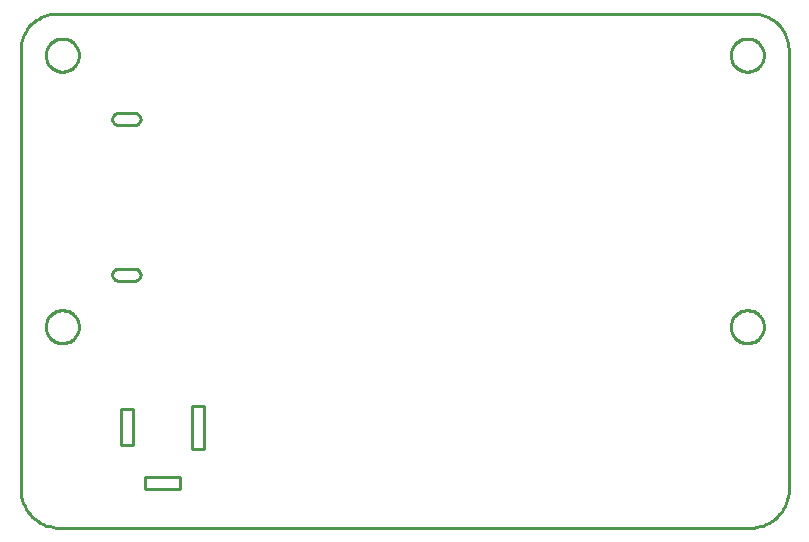
<source format=gbr>
G04 EAGLE Gerber RS-274X export*
G75*
%MOMM*%
%FSLAX34Y34*%
%LPD*%
%IN*%
%IPPOS*%
%AMOC8*
5,1,8,0,0,1.08239X$1,22.5*%
G01*
%ADD10C,0.254000*%


D10*
X0Y-100000D02*
X-94Y-102842D01*
X60Y-105682D01*
X460Y-108497D01*
X1105Y-111266D01*
X1988Y-113969D01*
X3104Y-116585D01*
X4444Y-119093D01*
X5997Y-121475D01*
X7751Y-123713D01*
X9694Y-125789D01*
X11811Y-127688D01*
X14085Y-129396D01*
X16499Y-130898D01*
X19035Y-132185D01*
X21674Y-133246D01*
X24394Y-134072D01*
X27177Y-134658D01*
X30000Y-135000D01*
X620000Y-135000D01*
X622823Y-134658D01*
X625606Y-134072D01*
X628326Y-133246D01*
X630965Y-132185D01*
X633501Y-130898D01*
X635915Y-129396D01*
X638189Y-127689D01*
X640306Y-125789D01*
X642249Y-123713D01*
X644003Y-121476D01*
X645556Y-119093D01*
X646896Y-116585D01*
X648012Y-113969D01*
X648895Y-111266D01*
X649540Y-108497D01*
X649940Y-105682D01*
X650094Y-102842D01*
X650000Y-100000D01*
X650000Y270000D01*
X649886Y272615D01*
X649544Y275209D01*
X648978Y277765D01*
X648191Y280261D01*
X647189Y282679D01*
X645981Y285000D01*
X644575Y287207D01*
X642981Y289284D01*
X641213Y291213D01*
X639284Y292981D01*
X637207Y294575D01*
X635000Y295981D01*
X632679Y297189D01*
X630261Y298191D01*
X627765Y298978D01*
X625209Y299544D01*
X622615Y299886D01*
X620000Y300000D01*
X30000Y300000D01*
X27385Y299886D01*
X24791Y299544D01*
X22235Y298978D01*
X19739Y298191D01*
X17321Y297189D01*
X15000Y295981D01*
X12793Y294575D01*
X10716Y292981D01*
X8787Y291213D01*
X7019Y289284D01*
X5425Y287207D01*
X4019Y285000D01*
X2811Y282679D01*
X1809Y280261D01*
X1022Y277765D01*
X456Y275209D01*
X114Y272615D01*
X0Y270000D01*
X0Y-100000D01*
X145010Y-68330D02*
X155010Y-68330D01*
X155010Y-31980D01*
X145010Y-31980D01*
X145010Y-68330D01*
X105000Y-102000D02*
X135000Y-102000D01*
X135000Y-92000D01*
X105000Y-92000D01*
X105000Y-102000D01*
X85000Y-65000D02*
X95000Y-65000D01*
X95000Y-35000D01*
X85000Y-35000D01*
X85000Y-65000D01*
X82300Y74100D02*
X96300Y74100D01*
X96736Y74119D01*
X97168Y74176D01*
X97594Y74270D01*
X98010Y74402D01*
X98413Y74568D01*
X98800Y74770D01*
X99168Y75004D01*
X99514Y75270D01*
X99836Y75564D01*
X100130Y75886D01*
X100396Y76232D01*
X100630Y76600D01*
X100832Y76987D01*
X100998Y77390D01*
X101130Y77806D01*
X101224Y78232D01*
X101281Y78664D01*
X101300Y79100D01*
X101281Y79536D01*
X101224Y79968D01*
X101130Y80394D01*
X100998Y80810D01*
X100832Y81213D01*
X100630Y81600D01*
X100396Y81968D01*
X100130Y82314D01*
X99836Y82636D01*
X99514Y82930D01*
X99168Y83196D01*
X98800Y83430D01*
X98413Y83632D01*
X98010Y83798D01*
X97594Y83930D01*
X97168Y84024D01*
X96736Y84081D01*
X96300Y84100D01*
X82300Y84100D01*
X81864Y84081D01*
X81432Y84024D01*
X81006Y83930D01*
X80590Y83798D01*
X80187Y83632D01*
X79800Y83430D01*
X79432Y83196D01*
X79086Y82930D01*
X78764Y82636D01*
X78470Y82314D01*
X78204Y81968D01*
X77970Y81600D01*
X77768Y81213D01*
X77602Y80810D01*
X77470Y80394D01*
X77376Y79968D01*
X77319Y79536D01*
X77300Y79100D01*
X77319Y78664D01*
X77376Y78232D01*
X77470Y77806D01*
X77602Y77390D01*
X77768Y76987D01*
X77970Y76600D01*
X78204Y76232D01*
X78470Y75886D01*
X78764Y75564D01*
X79086Y75270D01*
X79432Y75004D01*
X79800Y74770D01*
X80187Y74568D01*
X80590Y74402D01*
X81006Y74270D01*
X81432Y74176D01*
X81864Y74119D01*
X82300Y74100D01*
X82300Y205900D02*
X96300Y205900D01*
X96736Y205919D01*
X97168Y205976D01*
X97594Y206070D01*
X98010Y206202D01*
X98413Y206368D01*
X98800Y206570D01*
X99168Y206804D01*
X99514Y207070D01*
X99836Y207364D01*
X100130Y207686D01*
X100396Y208032D01*
X100630Y208400D01*
X100832Y208787D01*
X100998Y209190D01*
X101130Y209606D01*
X101224Y210032D01*
X101281Y210464D01*
X101300Y210900D01*
X101281Y211336D01*
X101224Y211768D01*
X101130Y212194D01*
X100998Y212610D01*
X100832Y213013D01*
X100630Y213400D01*
X100396Y213768D01*
X100130Y214114D01*
X99836Y214436D01*
X99514Y214730D01*
X99168Y214996D01*
X98800Y215230D01*
X98413Y215432D01*
X98010Y215598D01*
X97594Y215730D01*
X97168Y215824D01*
X96736Y215881D01*
X96300Y215900D01*
X82300Y215900D01*
X81864Y215881D01*
X81432Y215824D01*
X81006Y215730D01*
X80590Y215598D01*
X80187Y215432D01*
X79800Y215230D01*
X79432Y214996D01*
X79086Y214730D01*
X78764Y214436D01*
X78470Y214114D01*
X78204Y213768D01*
X77970Y213400D01*
X77768Y213013D01*
X77602Y212610D01*
X77470Y212194D01*
X77376Y211768D01*
X77319Y211336D01*
X77300Y210900D01*
X77319Y210464D01*
X77376Y210032D01*
X77470Y209606D01*
X77602Y209190D01*
X77768Y208787D01*
X77970Y208400D01*
X78204Y208032D01*
X78470Y207686D01*
X78764Y207364D01*
X79086Y207070D01*
X79432Y206804D01*
X79800Y206570D01*
X80187Y206368D01*
X80590Y206202D01*
X81006Y206070D01*
X81432Y205976D01*
X81864Y205919D01*
X82300Y205900D01*
X49000Y34500D02*
X48929Y33503D01*
X48786Y32513D01*
X48574Y31536D01*
X48292Y30576D01*
X47943Y29639D01*
X47527Y28729D01*
X47048Y27852D01*
X46507Y27010D01*
X45908Y26210D01*
X45253Y25454D01*
X44546Y24747D01*
X43790Y24092D01*
X42990Y23493D01*
X42148Y22952D01*
X41271Y22473D01*
X40361Y22057D01*
X39424Y21708D01*
X38465Y21426D01*
X37487Y21214D01*
X36498Y21071D01*
X35500Y21000D01*
X34500Y21000D01*
X33503Y21071D01*
X32513Y21214D01*
X31536Y21426D01*
X30576Y21708D01*
X29639Y22057D01*
X28729Y22473D01*
X27852Y22952D01*
X27010Y23493D01*
X26210Y24092D01*
X25454Y24747D01*
X24747Y25454D01*
X24092Y26210D01*
X23493Y27010D01*
X22952Y27852D01*
X22473Y28729D01*
X22057Y29639D01*
X21708Y30576D01*
X21426Y31536D01*
X21214Y32513D01*
X21071Y33503D01*
X21000Y34500D01*
X21000Y35500D01*
X21071Y36498D01*
X21214Y37487D01*
X21426Y38465D01*
X21708Y39424D01*
X22057Y40361D01*
X22473Y41271D01*
X22952Y42148D01*
X23493Y42990D01*
X24092Y43790D01*
X24747Y44546D01*
X25454Y45253D01*
X26210Y45908D01*
X27010Y46507D01*
X27852Y47048D01*
X28729Y47527D01*
X29639Y47943D01*
X30576Y48292D01*
X31536Y48574D01*
X32513Y48786D01*
X33503Y48929D01*
X34500Y49000D01*
X35500Y49000D01*
X36498Y48929D01*
X37487Y48786D01*
X38465Y48574D01*
X39424Y48292D01*
X40361Y47943D01*
X41271Y47527D01*
X42148Y47048D01*
X42990Y46507D01*
X43790Y45908D01*
X44546Y45253D01*
X45253Y44546D01*
X45908Y43790D01*
X46507Y42990D01*
X47048Y42148D01*
X47527Y41271D01*
X47943Y40361D01*
X48292Y39424D01*
X48574Y38465D01*
X48786Y37487D01*
X48929Y36498D01*
X49000Y35500D01*
X49000Y34500D01*
X49000Y264500D02*
X48929Y263503D01*
X48786Y262513D01*
X48574Y261536D01*
X48292Y260576D01*
X47943Y259639D01*
X47527Y258729D01*
X47048Y257852D01*
X46507Y257010D01*
X45908Y256210D01*
X45253Y255454D01*
X44546Y254747D01*
X43790Y254092D01*
X42990Y253493D01*
X42148Y252952D01*
X41271Y252473D01*
X40361Y252057D01*
X39424Y251708D01*
X38465Y251426D01*
X37487Y251214D01*
X36498Y251071D01*
X35500Y251000D01*
X34500Y251000D01*
X33503Y251071D01*
X32513Y251214D01*
X31536Y251426D01*
X30576Y251708D01*
X29639Y252057D01*
X28729Y252473D01*
X27852Y252952D01*
X27010Y253493D01*
X26210Y254092D01*
X25454Y254747D01*
X24747Y255454D01*
X24092Y256210D01*
X23493Y257010D01*
X22952Y257852D01*
X22473Y258729D01*
X22057Y259639D01*
X21708Y260576D01*
X21426Y261536D01*
X21214Y262513D01*
X21071Y263503D01*
X21000Y264500D01*
X21000Y265500D01*
X21071Y266498D01*
X21214Y267487D01*
X21426Y268465D01*
X21708Y269424D01*
X22057Y270361D01*
X22473Y271271D01*
X22952Y272148D01*
X23493Y272990D01*
X24092Y273790D01*
X24747Y274546D01*
X25454Y275253D01*
X26210Y275908D01*
X27010Y276507D01*
X27852Y277048D01*
X28729Y277527D01*
X29639Y277943D01*
X30576Y278292D01*
X31536Y278574D01*
X32513Y278786D01*
X33503Y278929D01*
X34500Y279000D01*
X35500Y279000D01*
X36498Y278929D01*
X37487Y278786D01*
X38465Y278574D01*
X39424Y278292D01*
X40361Y277943D01*
X41271Y277527D01*
X42148Y277048D01*
X42990Y276507D01*
X43790Y275908D01*
X44546Y275253D01*
X45253Y274546D01*
X45908Y273790D01*
X46507Y272990D01*
X47048Y272148D01*
X47527Y271271D01*
X47943Y270361D01*
X48292Y269424D01*
X48574Y268465D01*
X48786Y267487D01*
X48929Y266498D01*
X49000Y265500D01*
X49000Y264500D01*
X629000Y264500D02*
X628929Y263503D01*
X628786Y262513D01*
X628574Y261536D01*
X628292Y260576D01*
X627943Y259639D01*
X627527Y258729D01*
X627048Y257852D01*
X626507Y257010D01*
X625908Y256210D01*
X625253Y255454D01*
X624546Y254747D01*
X623790Y254092D01*
X622990Y253493D01*
X622148Y252952D01*
X621271Y252473D01*
X620361Y252057D01*
X619424Y251708D01*
X618465Y251426D01*
X617487Y251214D01*
X616498Y251071D01*
X615500Y251000D01*
X614500Y251000D01*
X613503Y251071D01*
X612513Y251214D01*
X611536Y251426D01*
X610576Y251708D01*
X609639Y252057D01*
X608729Y252473D01*
X607852Y252952D01*
X607010Y253493D01*
X606210Y254092D01*
X605454Y254747D01*
X604747Y255454D01*
X604092Y256210D01*
X603493Y257010D01*
X602952Y257852D01*
X602473Y258729D01*
X602057Y259639D01*
X601708Y260576D01*
X601426Y261536D01*
X601214Y262513D01*
X601071Y263503D01*
X601000Y264500D01*
X601000Y265500D01*
X601071Y266498D01*
X601214Y267487D01*
X601426Y268465D01*
X601708Y269424D01*
X602057Y270361D01*
X602473Y271271D01*
X602952Y272148D01*
X603493Y272990D01*
X604092Y273790D01*
X604747Y274546D01*
X605454Y275253D01*
X606210Y275908D01*
X607010Y276507D01*
X607852Y277048D01*
X608729Y277527D01*
X609639Y277943D01*
X610576Y278292D01*
X611536Y278574D01*
X612513Y278786D01*
X613503Y278929D01*
X614500Y279000D01*
X615500Y279000D01*
X616498Y278929D01*
X617487Y278786D01*
X618465Y278574D01*
X619424Y278292D01*
X620361Y277943D01*
X621271Y277527D01*
X622148Y277048D01*
X622990Y276507D01*
X623790Y275908D01*
X624546Y275253D01*
X625253Y274546D01*
X625908Y273790D01*
X626507Y272990D01*
X627048Y272148D01*
X627527Y271271D01*
X627943Y270361D01*
X628292Y269424D01*
X628574Y268465D01*
X628786Y267487D01*
X628929Y266498D01*
X629000Y265500D01*
X629000Y264500D01*
X629000Y34500D02*
X628929Y33503D01*
X628786Y32513D01*
X628574Y31536D01*
X628292Y30576D01*
X627943Y29639D01*
X627527Y28729D01*
X627048Y27852D01*
X626507Y27010D01*
X625908Y26210D01*
X625253Y25454D01*
X624546Y24747D01*
X623790Y24092D01*
X622990Y23493D01*
X622148Y22952D01*
X621271Y22473D01*
X620361Y22057D01*
X619424Y21708D01*
X618465Y21426D01*
X617487Y21214D01*
X616498Y21071D01*
X615500Y21000D01*
X614500Y21000D01*
X613503Y21071D01*
X612513Y21214D01*
X611536Y21426D01*
X610576Y21708D01*
X609639Y22057D01*
X608729Y22473D01*
X607852Y22952D01*
X607010Y23493D01*
X606210Y24092D01*
X605454Y24747D01*
X604747Y25454D01*
X604092Y26210D01*
X603493Y27010D01*
X602952Y27852D01*
X602473Y28729D01*
X602057Y29639D01*
X601708Y30576D01*
X601426Y31536D01*
X601214Y32513D01*
X601071Y33503D01*
X601000Y34500D01*
X601000Y35500D01*
X601071Y36498D01*
X601214Y37487D01*
X601426Y38465D01*
X601708Y39424D01*
X602057Y40361D01*
X602473Y41271D01*
X602952Y42148D01*
X603493Y42990D01*
X604092Y43790D01*
X604747Y44546D01*
X605454Y45253D01*
X606210Y45908D01*
X607010Y46507D01*
X607852Y47048D01*
X608729Y47527D01*
X609639Y47943D01*
X610576Y48292D01*
X611536Y48574D01*
X612513Y48786D01*
X613503Y48929D01*
X614500Y49000D01*
X615500Y49000D01*
X616498Y48929D01*
X617487Y48786D01*
X618465Y48574D01*
X619424Y48292D01*
X620361Y47943D01*
X621271Y47527D01*
X622148Y47048D01*
X622990Y46507D01*
X623790Y45908D01*
X624546Y45253D01*
X625253Y44546D01*
X625908Y43790D01*
X626507Y42990D01*
X627048Y42148D01*
X627527Y41271D01*
X627943Y40361D01*
X628292Y39424D01*
X628574Y38465D01*
X628786Y37487D01*
X628929Y36498D01*
X629000Y35500D01*
X629000Y34500D01*
M02*

</source>
